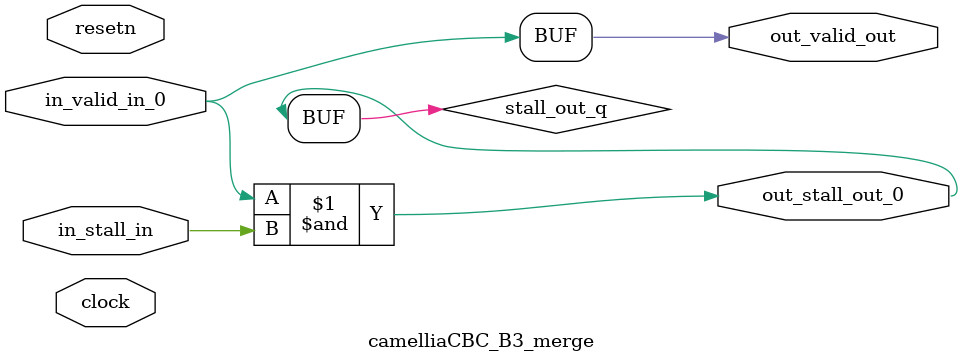
<source format=sv>



(* altera_attribute = "-name AUTO_SHIFT_REGISTER_RECOGNITION OFF; -name MESSAGE_DISABLE 10036; -name MESSAGE_DISABLE 10037; -name MESSAGE_DISABLE 14130; -name MESSAGE_DISABLE 14320; -name MESSAGE_DISABLE 15400; -name MESSAGE_DISABLE 14130; -name MESSAGE_DISABLE 10036; -name MESSAGE_DISABLE 12020; -name MESSAGE_DISABLE 12030; -name MESSAGE_DISABLE 12010; -name MESSAGE_DISABLE 12110; -name MESSAGE_DISABLE 14320; -name MESSAGE_DISABLE 13410; -name MESSAGE_DISABLE 113007; -name MESSAGE_DISABLE 10958" *)
module camelliaCBC_B3_merge (
    input wire [0:0] in_stall_in,
    input wire [0:0] in_valid_in_0,
    output wire [0:0] out_stall_out_0,
    output wire [0:0] out_valid_out,
    input wire clock,
    input wire resetn
    );

    wire [0:0] stall_out_q;


    // stall_out(LOGICAL,6)
    assign stall_out_q = in_valid_in_0 & in_stall_in;

    // out_stall_out_0(GPOUT,4)
    assign out_stall_out_0 = stall_out_q;

    // out_valid_out(GPOUT,5)
    assign out_valid_out = in_valid_in_0;

endmodule

</source>
